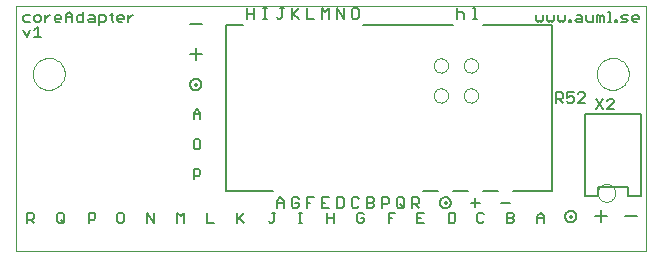
<source format=gto>
G75*
G70*
%OFA0B0*%
%FSLAX24Y24*%
%IPPOS*%
%LPD*%
%AMOC8*
5,1,8,0,0,1.08239X$1,22.5*
%
%ADD10C,0.0000*%
%ADD11C,0.0060*%
%ADD12C,0.0100*%
%ADD13C,0.0050*%
%ADD14C,0.0030*%
D10*
X000302Y002258D02*
X000302Y010408D01*
X021302Y010408D01*
X021302Y002258D01*
X000302Y002258D01*
X014236Y007438D02*
X014238Y007468D01*
X014244Y007498D01*
X014253Y007527D01*
X014266Y007554D01*
X014283Y007579D01*
X014302Y007602D01*
X014325Y007623D01*
X014350Y007640D01*
X014376Y007654D01*
X014405Y007664D01*
X014434Y007671D01*
X014464Y007674D01*
X014495Y007673D01*
X014525Y007668D01*
X014554Y007659D01*
X014581Y007647D01*
X014607Y007632D01*
X014631Y007613D01*
X014652Y007591D01*
X014670Y007567D01*
X014685Y007540D01*
X014696Y007512D01*
X014704Y007483D01*
X014708Y007453D01*
X014708Y007423D01*
X014704Y007393D01*
X014696Y007364D01*
X014685Y007336D01*
X014670Y007309D01*
X014652Y007285D01*
X014631Y007263D01*
X014607Y007244D01*
X014581Y007229D01*
X014554Y007217D01*
X014525Y007208D01*
X014495Y007203D01*
X014464Y007202D01*
X014434Y007205D01*
X014405Y007212D01*
X014376Y007222D01*
X014350Y007236D01*
X014325Y007253D01*
X014302Y007274D01*
X014283Y007297D01*
X014266Y007322D01*
X014253Y007349D01*
X014244Y007378D01*
X014238Y007408D01*
X014236Y007438D01*
X015236Y007438D02*
X015238Y007468D01*
X015244Y007498D01*
X015253Y007527D01*
X015266Y007554D01*
X015283Y007579D01*
X015302Y007602D01*
X015325Y007623D01*
X015350Y007640D01*
X015376Y007654D01*
X015405Y007664D01*
X015434Y007671D01*
X015464Y007674D01*
X015495Y007673D01*
X015525Y007668D01*
X015554Y007659D01*
X015581Y007647D01*
X015607Y007632D01*
X015631Y007613D01*
X015652Y007591D01*
X015670Y007567D01*
X015685Y007540D01*
X015696Y007512D01*
X015704Y007483D01*
X015708Y007453D01*
X015708Y007423D01*
X015704Y007393D01*
X015696Y007364D01*
X015685Y007336D01*
X015670Y007309D01*
X015652Y007285D01*
X015631Y007263D01*
X015607Y007244D01*
X015581Y007229D01*
X015554Y007217D01*
X015525Y007208D01*
X015495Y007203D01*
X015464Y007202D01*
X015434Y007205D01*
X015405Y007212D01*
X015376Y007222D01*
X015350Y007236D01*
X015325Y007253D01*
X015302Y007274D01*
X015283Y007297D01*
X015266Y007322D01*
X015253Y007349D01*
X015244Y007378D01*
X015238Y007408D01*
X015236Y007438D01*
X015236Y008438D02*
X015238Y008468D01*
X015244Y008498D01*
X015253Y008527D01*
X015266Y008554D01*
X015283Y008579D01*
X015302Y008602D01*
X015325Y008623D01*
X015350Y008640D01*
X015376Y008654D01*
X015405Y008664D01*
X015434Y008671D01*
X015464Y008674D01*
X015495Y008673D01*
X015525Y008668D01*
X015554Y008659D01*
X015581Y008647D01*
X015607Y008632D01*
X015631Y008613D01*
X015652Y008591D01*
X015670Y008567D01*
X015685Y008540D01*
X015696Y008512D01*
X015704Y008483D01*
X015708Y008453D01*
X015708Y008423D01*
X015704Y008393D01*
X015696Y008364D01*
X015685Y008336D01*
X015670Y008309D01*
X015652Y008285D01*
X015631Y008263D01*
X015607Y008244D01*
X015581Y008229D01*
X015554Y008217D01*
X015525Y008208D01*
X015495Y008203D01*
X015464Y008202D01*
X015434Y008205D01*
X015405Y008212D01*
X015376Y008222D01*
X015350Y008236D01*
X015325Y008253D01*
X015302Y008274D01*
X015283Y008297D01*
X015266Y008322D01*
X015253Y008349D01*
X015244Y008378D01*
X015238Y008408D01*
X015236Y008438D01*
X014236Y008438D02*
X014238Y008468D01*
X014244Y008498D01*
X014253Y008527D01*
X014266Y008554D01*
X014283Y008579D01*
X014302Y008602D01*
X014325Y008623D01*
X014350Y008640D01*
X014376Y008654D01*
X014405Y008664D01*
X014434Y008671D01*
X014464Y008674D01*
X014495Y008673D01*
X014525Y008668D01*
X014554Y008659D01*
X014581Y008647D01*
X014607Y008632D01*
X014631Y008613D01*
X014652Y008591D01*
X014670Y008567D01*
X014685Y008540D01*
X014696Y008512D01*
X014704Y008483D01*
X014708Y008453D01*
X014708Y008423D01*
X014704Y008393D01*
X014696Y008364D01*
X014685Y008336D01*
X014670Y008309D01*
X014652Y008285D01*
X014631Y008263D01*
X014607Y008244D01*
X014581Y008229D01*
X014554Y008217D01*
X014525Y008208D01*
X014495Y008203D01*
X014464Y008202D01*
X014434Y008205D01*
X014405Y008212D01*
X014376Y008222D01*
X014350Y008236D01*
X014325Y008253D01*
X014302Y008274D01*
X014283Y008297D01*
X014266Y008322D01*
X014253Y008349D01*
X014244Y008378D01*
X014238Y008408D01*
X014236Y008438D01*
X019671Y008158D02*
X019673Y008204D01*
X019679Y008249D01*
X019689Y008294D01*
X019702Y008337D01*
X019719Y008380D01*
X019740Y008420D01*
X019764Y008459D01*
X019792Y008495D01*
X019823Y008529D01*
X019856Y008561D01*
X019892Y008589D01*
X019930Y008614D01*
X019970Y008636D01*
X020012Y008654D01*
X020055Y008668D01*
X020100Y008679D01*
X020145Y008686D01*
X020191Y008689D01*
X020236Y008688D01*
X020282Y008683D01*
X020327Y008674D01*
X020370Y008662D01*
X020413Y008645D01*
X020454Y008625D01*
X020493Y008602D01*
X020531Y008575D01*
X020565Y008545D01*
X020597Y008513D01*
X020626Y008477D01*
X020652Y008440D01*
X020675Y008400D01*
X020694Y008359D01*
X020709Y008316D01*
X020721Y008271D01*
X020729Y008226D01*
X020733Y008181D01*
X020733Y008135D01*
X020729Y008090D01*
X020721Y008045D01*
X020709Y008000D01*
X020694Y007957D01*
X020675Y007916D01*
X020652Y007876D01*
X020626Y007839D01*
X020597Y007803D01*
X020565Y007771D01*
X020531Y007741D01*
X020493Y007714D01*
X020454Y007691D01*
X020413Y007671D01*
X020370Y007654D01*
X020327Y007642D01*
X020282Y007633D01*
X020236Y007628D01*
X020191Y007627D01*
X020145Y007630D01*
X020100Y007637D01*
X020055Y007648D01*
X020012Y007662D01*
X019970Y007680D01*
X019930Y007702D01*
X019892Y007727D01*
X019856Y007755D01*
X019823Y007787D01*
X019792Y007821D01*
X019764Y007857D01*
X019740Y007896D01*
X019719Y007936D01*
X019702Y007979D01*
X019689Y008022D01*
X019679Y008067D01*
X019673Y008112D01*
X019671Y008158D01*
X019696Y004188D02*
X019698Y004222D01*
X019704Y004256D01*
X019714Y004289D01*
X019727Y004320D01*
X019745Y004350D01*
X019765Y004378D01*
X019789Y004403D01*
X019815Y004425D01*
X019843Y004443D01*
X019874Y004459D01*
X019906Y004471D01*
X019940Y004479D01*
X019974Y004483D01*
X020008Y004483D01*
X020042Y004479D01*
X020076Y004471D01*
X020108Y004459D01*
X020138Y004443D01*
X020167Y004425D01*
X020193Y004403D01*
X020217Y004378D01*
X020237Y004350D01*
X020255Y004320D01*
X020268Y004289D01*
X020278Y004256D01*
X020284Y004222D01*
X020286Y004188D01*
X020284Y004154D01*
X020278Y004120D01*
X020268Y004087D01*
X020255Y004056D01*
X020237Y004026D01*
X020217Y003998D01*
X020193Y003973D01*
X020167Y003951D01*
X020139Y003933D01*
X020108Y003917D01*
X020076Y003905D01*
X020042Y003897D01*
X020008Y003893D01*
X019974Y003893D01*
X019940Y003897D01*
X019906Y003905D01*
X019874Y003917D01*
X019843Y003933D01*
X019815Y003951D01*
X019789Y003973D01*
X019765Y003998D01*
X019745Y004026D01*
X019727Y004056D01*
X019714Y004087D01*
X019704Y004120D01*
X019698Y004154D01*
X019696Y004188D01*
X000871Y008158D02*
X000873Y008204D01*
X000879Y008249D01*
X000889Y008294D01*
X000902Y008337D01*
X000919Y008380D01*
X000940Y008420D01*
X000964Y008459D01*
X000992Y008495D01*
X001023Y008529D01*
X001056Y008561D01*
X001092Y008589D01*
X001130Y008614D01*
X001170Y008636D01*
X001212Y008654D01*
X001255Y008668D01*
X001300Y008679D01*
X001345Y008686D01*
X001391Y008689D01*
X001436Y008688D01*
X001482Y008683D01*
X001527Y008674D01*
X001570Y008662D01*
X001613Y008645D01*
X001654Y008625D01*
X001693Y008602D01*
X001731Y008575D01*
X001765Y008545D01*
X001797Y008513D01*
X001826Y008477D01*
X001852Y008440D01*
X001875Y008400D01*
X001894Y008359D01*
X001909Y008316D01*
X001921Y008271D01*
X001929Y008226D01*
X001933Y008181D01*
X001933Y008135D01*
X001929Y008090D01*
X001921Y008045D01*
X001909Y008000D01*
X001894Y007957D01*
X001875Y007916D01*
X001852Y007876D01*
X001826Y007839D01*
X001797Y007803D01*
X001765Y007771D01*
X001731Y007741D01*
X001693Y007714D01*
X001654Y007691D01*
X001613Y007671D01*
X001570Y007654D01*
X001527Y007642D01*
X001482Y007633D01*
X001436Y007628D01*
X001391Y007627D01*
X001345Y007630D01*
X001300Y007637D01*
X001255Y007648D01*
X001212Y007662D01*
X001170Y007680D01*
X001130Y007702D01*
X001092Y007727D01*
X001056Y007755D01*
X001023Y007787D01*
X000992Y007821D01*
X000964Y007857D01*
X000940Y007896D01*
X000919Y007936D01*
X000902Y007979D01*
X000889Y008022D01*
X000879Y008067D01*
X000873Y008112D01*
X000871Y008158D01*
D11*
X000921Y009388D02*
X001148Y009388D01*
X001034Y009388D02*
X001034Y009728D01*
X000921Y009614D01*
X000779Y009614D02*
X000666Y009388D01*
X000552Y009614D01*
X000609Y009888D02*
X000552Y009944D01*
X000552Y010058D01*
X000609Y010114D01*
X000779Y010114D01*
X000921Y010058D02*
X000921Y009944D01*
X000977Y009888D01*
X001091Y009888D01*
X001148Y009944D01*
X001148Y010058D01*
X001091Y010114D01*
X000977Y010114D01*
X000921Y010058D01*
X000779Y009888D02*
X000609Y009888D01*
X001289Y009888D02*
X001289Y010114D01*
X001289Y010001D02*
X001402Y010114D01*
X001459Y010114D01*
X001596Y010058D02*
X001653Y010114D01*
X001766Y010114D01*
X001823Y010058D01*
X001823Y010001D01*
X001596Y010001D01*
X001596Y009944D02*
X001596Y010058D01*
X001596Y009944D02*
X001653Y009888D01*
X001766Y009888D01*
X001964Y009888D02*
X001964Y010114D01*
X002078Y010228D01*
X002191Y010114D01*
X002191Y009888D01*
X002332Y009944D02*
X002332Y010058D01*
X002389Y010114D01*
X002559Y010114D01*
X002559Y010228D02*
X002559Y009888D01*
X002389Y009888D01*
X002332Y009944D01*
X002191Y010058D02*
X001964Y010058D01*
X002701Y009944D02*
X002757Y010001D01*
X002928Y010001D01*
X002928Y010058D02*
X002928Y009888D01*
X002757Y009888D01*
X002701Y009944D01*
X002871Y010114D02*
X002928Y010058D01*
X002871Y010114D02*
X002757Y010114D01*
X003069Y010114D02*
X003239Y010114D01*
X003296Y010058D01*
X003296Y009944D01*
X003239Y009888D01*
X003069Y009888D01*
X003069Y009774D02*
X003069Y010114D01*
X003437Y010114D02*
X003551Y010114D01*
X003494Y010171D02*
X003494Y009944D01*
X003551Y009888D01*
X003683Y009944D02*
X003683Y010058D01*
X003740Y010114D01*
X003853Y010114D01*
X003910Y010058D01*
X003910Y010001D01*
X003683Y010001D01*
X003683Y009944D02*
X003740Y009888D01*
X003853Y009888D01*
X004051Y009888D02*
X004051Y010114D01*
X004051Y010001D02*
X004165Y010114D01*
X004221Y010114D01*
X006102Y009808D02*
X006502Y009808D01*
X006302Y009008D02*
X006302Y008608D01*
X006502Y008808D02*
X006102Y008808D01*
X006112Y007808D02*
X006114Y007835D01*
X006120Y007862D01*
X006129Y007887D01*
X006142Y007911D01*
X006158Y007932D01*
X006178Y007952D01*
X006199Y007968D01*
X006223Y007981D01*
X006248Y007990D01*
X006275Y007996D01*
X006302Y007998D01*
X006329Y007996D01*
X006356Y007990D01*
X006381Y007981D01*
X006405Y007968D01*
X006426Y007952D01*
X006446Y007932D01*
X006462Y007911D01*
X006475Y007887D01*
X006484Y007862D01*
X006490Y007835D01*
X006492Y007808D01*
X006490Y007781D01*
X006484Y007754D01*
X006475Y007729D01*
X006462Y007705D01*
X006446Y007684D01*
X006426Y007664D01*
X006405Y007648D01*
X006381Y007635D01*
X006356Y007626D01*
X006329Y007620D01*
X006302Y007618D01*
X006275Y007620D01*
X006248Y007626D01*
X006223Y007635D01*
X006199Y007648D01*
X006178Y007664D01*
X006158Y007684D01*
X006142Y007705D01*
X006129Y007729D01*
X006120Y007754D01*
X006114Y007781D01*
X006112Y007808D01*
X006346Y006978D02*
X006459Y006864D01*
X006459Y006638D01*
X006232Y006638D02*
X006232Y006864D01*
X006346Y006978D01*
X006232Y006808D02*
X006459Y006808D01*
X006402Y005978D02*
X006289Y005978D01*
X006232Y005921D01*
X006232Y005694D01*
X006289Y005638D01*
X006402Y005638D01*
X006459Y005694D01*
X006459Y005921D01*
X006402Y005978D01*
X006402Y004978D02*
X006232Y004978D01*
X006232Y004638D01*
X006232Y004751D02*
X006402Y004751D01*
X006459Y004808D01*
X006459Y004921D01*
X006402Y004978D01*
X006682Y003528D02*
X006682Y003188D01*
X006909Y003188D01*
X007682Y003188D02*
X007682Y003528D01*
X007682Y003301D02*
X007909Y003528D01*
X007739Y003358D02*
X007909Y003188D01*
X008732Y003244D02*
X008789Y003188D01*
X008846Y003188D01*
X008902Y003244D01*
X008902Y003528D01*
X008846Y003528D02*
X008959Y003528D01*
X009732Y003528D02*
X009846Y003528D01*
X009789Y003528D02*
X009789Y003188D01*
X009732Y003188D02*
X009846Y003188D01*
X010682Y003188D02*
X010682Y003528D01*
X010909Y003528D02*
X010909Y003188D01*
X010909Y003358D02*
X010682Y003358D01*
X011682Y003471D02*
X011682Y003244D01*
X011739Y003188D01*
X011852Y003188D01*
X011909Y003244D01*
X011909Y003358D01*
X011796Y003358D01*
X011909Y003471D02*
X011852Y003528D01*
X011739Y003528D01*
X011682Y003471D01*
X012732Y003528D02*
X012732Y003188D01*
X012732Y003358D02*
X012846Y003358D01*
X012732Y003528D02*
X012959Y003528D01*
X013682Y003528D02*
X013682Y003188D01*
X013909Y003188D01*
X013796Y003358D02*
X013682Y003358D01*
X013682Y003528D02*
X013909Y003528D01*
X014442Y003868D02*
X014444Y003894D01*
X014450Y003920D01*
X014459Y003944D01*
X014472Y003967D01*
X014488Y003988D01*
X014507Y004006D01*
X014528Y004022D01*
X014552Y004034D01*
X014576Y004042D01*
X014602Y004047D01*
X014629Y004048D01*
X014655Y004045D01*
X014680Y004038D01*
X014704Y004028D01*
X014727Y004014D01*
X014747Y003998D01*
X014764Y003978D01*
X014779Y003956D01*
X014790Y003932D01*
X014798Y003907D01*
X014802Y003881D01*
X014802Y003855D01*
X014798Y003829D01*
X014790Y003804D01*
X014779Y003780D01*
X014764Y003758D01*
X014747Y003738D01*
X014727Y003722D01*
X014704Y003708D01*
X014680Y003698D01*
X014655Y003691D01*
X014629Y003688D01*
X014602Y003689D01*
X014576Y003694D01*
X014552Y003702D01*
X014528Y003714D01*
X014507Y003730D01*
X014488Y003748D01*
X014472Y003769D01*
X014459Y003792D01*
X014450Y003816D01*
X014444Y003842D01*
X014442Y003868D01*
X014732Y003528D02*
X014902Y003528D01*
X014959Y003471D01*
X014959Y003244D01*
X014902Y003188D01*
X014732Y003188D01*
X014732Y003528D01*
X015472Y003868D02*
X015772Y003868D01*
X015622Y004018D02*
X015622Y003718D01*
X015739Y003528D02*
X015682Y003471D01*
X015682Y003244D01*
X015739Y003188D01*
X015852Y003188D01*
X015909Y003244D01*
X015909Y003471D02*
X015852Y003528D01*
X015739Y003528D01*
X016472Y003868D02*
X016772Y003868D01*
X016852Y003528D02*
X016682Y003528D01*
X016682Y003188D01*
X016852Y003188D01*
X016909Y003244D01*
X016909Y003301D01*
X016852Y003358D01*
X016682Y003358D01*
X016852Y003358D02*
X016909Y003414D01*
X016909Y003471D01*
X016852Y003528D01*
X017682Y003414D02*
X017682Y003188D01*
X017682Y003358D02*
X017909Y003358D01*
X017909Y003414D02*
X017909Y003188D01*
X017909Y003414D02*
X017796Y003528D01*
X017682Y003414D01*
X018612Y003408D02*
X018614Y003435D01*
X018620Y003462D01*
X018629Y003487D01*
X018642Y003511D01*
X018658Y003532D01*
X018678Y003552D01*
X018699Y003568D01*
X018723Y003581D01*
X018748Y003590D01*
X018775Y003596D01*
X018802Y003598D01*
X018829Y003596D01*
X018856Y003590D01*
X018881Y003581D01*
X018905Y003568D01*
X018926Y003552D01*
X018946Y003532D01*
X018962Y003511D01*
X018975Y003487D01*
X018984Y003462D01*
X018990Y003435D01*
X018992Y003408D01*
X018990Y003381D01*
X018984Y003354D01*
X018975Y003329D01*
X018962Y003305D01*
X018946Y003284D01*
X018926Y003264D01*
X018905Y003248D01*
X018881Y003235D01*
X018856Y003226D01*
X018829Y003220D01*
X018802Y003218D01*
X018775Y003220D01*
X018748Y003226D01*
X018723Y003235D01*
X018699Y003248D01*
X018678Y003264D01*
X018658Y003284D01*
X018642Y003305D01*
X018629Y003329D01*
X018620Y003354D01*
X018614Y003381D01*
X018612Y003408D01*
X019602Y003408D02*
X020002Y003408D01*
X019802Y003608D02*
X019802Y003208D01*
X020602Y003408D02*
X021002Y003408D01*
X005909Y003528D02*
X005909Y003188D01*
X005682Y003188D02*
X005682Y003528D01*
X005796Y003414D01*
X005909Y003528D01*
X004909Y003528D02*
X004909Y003188D01*
X004682Y003528D01*
X004682Y003188D01*
X003909Y003244D02*
X003909Y003471D01*
X003852Y003528D01*
X003739Y003528D01*
X003682Y003471D01*
X003682Y003244D01*
X003739Y003188D01*
X003852Y003188D01*
X003909Y003244D01*
X002959Y003358D02*
X002902Y003301D01*
X002732Y003301D01*
X002732Y003188D02*
X002732Y003528D01*
X002902Y003528D01*
X002959Y003471D01*
X002959Y003358D01*
X001909Y003471D02*
X001909Y003244D01*
X001852Y003188D01*
X001739Y003188D01*
X001682Y003244D01*
X001682Y003471D01*
X001739Y003528D01*
X001852Y003528D01*
X001909Y003471D01*
X001796Y003301D02*
X001909Y003188D01*
X000909Y003188D02*
X000796Y003301D01*
X000852Y003301D02*
X000682Y003301D01*
X000682Y003188D02*
X000682Y003528D01*
X000852Y003528D01*
X000909Y003471D01*
X000909Y003358D01*
X000852Y003301D01*
X017652Y009944D02*
X017709Y009888D01*
X017766Y009944D01*
X017822Y009888D01*
X017879Y009944D01*
X017879Y010114D01*
X018021Y010114D02*
X018021Y009944D01*
X018077Y009888D01*
X018134Y009944D01*
X018191Y009888D01*
X018248Y009944D01*
X018248Y010114D01*
X018389Y010114D02*
X018389Y009944D01*
X018446Y009888D01*
X018502Y009944D01*
X018559Y009888D01*
X018616Y009944D01*
X018616Y010114D01*
X018941Y009944D02*
X018998Y010001D01*
X019168Y010001D01*
X019168Y010058D02*
X019168Y009888D01*
X018998Y009888D01*
X018941Y009944D01*
X018814Y009944D02*
X018814Y009888D01*
X018757Y009888D01*
X018757Y009944D01*
X018814Y009944D01*
X018998Y010114D02*
X019112Y010114D01*
X019168Y010058D01*
X019310Y010114D02*
X019310Y009944D01*
X019366Y009888D01*
X019537Y009888D01*
X019537Y010114D01*
X019678Y010114D02*
X019735Y010114D01*
X019791Y010058D01*
X019848Y010114D01*
X019905Y010058D01*
X019905Y009888D01*
X019791Y009888D02*
X019791Y010058D01*
X019678Y010114D02*
X019678Y009888D01*
X020046Y009888D02*
X020160Y009888D01*
X020103Y009888D02*
X020103Y010228D01*
X020046Y010228D01*
X020476Y010058D02*
X020533Y010114D01*
X020703Y010114D01*
X020646Y010001D02*
X020533Y010001D01*
X020476Y010058D01*
X020476Y009888D02*
X020646Y009888D01*
X020703Y009944D01*
X020646Y010001D01*
X020844Y010001D02*
X021071Y010001D01*
X021071Y010058D01*
X021014Y010114D01*
X020901Y010114D01*
X020844Y010058D01*
X020844Y009944D01*
X020901Y009888D01*
X021014Y009888D01*
X020349Y009888D02*
X020292Y009888D01*
X020292Y009944D01*
X020349Y009944D01*
X020349Y009888D01*
X017652Y009944D02*
X017652Y010114D01*
D12*
X006282Y007808D02*
X006284Y007816D01*
X006289Y007823D01*
X006296Y007827D01*
X006304Y007828D01*
X006312Y007825D01*
X006318Y007820D01*
X006322Y007812D01*
X006322Y007804D01*
X006318Y007796D01*
X006312Y007791D01*
X006304Y007788D01*
X006296Y007789D01*
X006289Y007793D01*
X006284Y007800D01*
X006282Y007808D01*
X014602Y003868D02*
X014604Y003876D01*
X014609Y003883D01*
X014616Y003887D01*
X014624Y003888D01*
X014632Y003885D01*
X014638Y003880D01*
X014642Y003872D01*
X014642Y003864D01*
X014638Y003856D01*
X014632Y003851D01*
X014624Y003848D01*
X014616Y003849D01*
X014609Y003853D01*
X014604Y003860D01*
X014602Y003868D01*
X018782Y003408D02*
X018784Y003416D01*
X018789Y003423D01*
X018796Y003427D01*
X018804Y003428D01*
X018812Y003425D01*
X018818Y003420D01*
X018822Y003412D01*
X018822Y003404D01*
X018818Y003396D01*
X018812Y003391D01*
X018804Y003388D01*
X018796Y003389D01*
X018789Y003393D01*
X018784Y003400D01*
X018782Y003408D01*
D13*
X019267Y004085D02*
X019267Y006810D01*
X021157Y006810D01*
X021157Y004085D01*
X020712Y004085D01*
X020712Y004398D01*
X020705Y004398D02*
X019712Y004398D01*
X019712Y004085D01*
X019267Y004085D01*
X018172Y004238D02*
X018172Y009788D01*
X015872Y009788D01*
X015664Y009993D02*
X015547Y009993D01*
X015606Y009993D02*
X015606Y010343D01*
X015547Y010343D01*
X015231Y010168D02*
X015231Y009993D01*
X015231Y010168D02*
X015172Y010226D01*
X015056Y010226D01*
X014997Y010168D01*
X014997Y010343D02*
X014997Y009993D01*
X014872Y009788D02*
X011872Y009788D01*
X011672Y009993D02*
X011556Y009993D01*
X011497Y010051D01*
X011497Y010285D01*
X011556Y010343D01*
X011672Y010343D01*
X011731Y010285D01*
X011731Y010051D01*
X011672Y009993D01*
X011231Y009993D02*
X011231Y010343D01*
X010997Y010343D02*
X011231Y009993D01*
X010997Y009993D02*
X010997Y010343D01*
X010731Y010343D02*
X010731Y009993D01*
X010497Y009993D02*
X010497Y010343D01*
X010614Y010226D01*
X010731Y010343D01*
X010231Y009993D02*
X009997Y009993D01*
X009997Y010343D01*
X009731Y010343D02*
X009497Y010109D01*
X009556Y010168D02*
X009731Y009993D01*
X009497Y009993D02*
X009497Y010343D01*
X009231Y010343D02*
X009114Y010343D01*
X009172Y010343D02*
X009172Y010051D01*
X009114Y009993D01*
X009056Y009993D01*
X008997Y010051D01*
X008664Y009993D02*
X008547Y009993D01*
X008606Y009993D02*
X008606Y010343D01*
X008664Y010343D02*
X008547Y010343D01*
X008231Y010343D02*
X008231Y009993D01*
X008231Y010168D02*
X007997Y010168D01*
X007997Y009993D02*
X007997Y010343D01*
X007872Y009788D02*
X007322Y009788D01*
X007322Y004238D01*
X008872Y004238D01*
X009114Y004043D02*
X009231Y003926D01*
X009231Y003693D01*
X008997Y003693D02*
X008997Y003926D01*
X009114Y004043D01*
X008997Y003868D02*
X009231Y003868D01*
X009497Y003985D02*
X009497Y003751D01*
X009556Y003693D01*
X009672Y003693D01*
X009731Y003751D01*
X009731Y003868D01*
X009614Y003868D01*
X009497Y003985D02*
X009556Y004043D01*
X009672Y004043D01*
X009731Y003985D01*
X009997Y004043D02*
X010231Y004043D01*
X009997Y004043D02*
X009997Y003693D01*
X009997Y003868D02*
X010114Y003868D01*
X010497Y003868D02*
X010614Y003868D01*
X010497Y004043D02*
X010497Y003693D01*
X010731Y003693D01*
X010997Y003693D02*
X011172Y003693D01*
X011231Y003751D01*
X011231Y003985D01*
X011172Y004043D01*
X010997Y004043D01*
X010997Y003693D01*
X011497Y003751D02*
X011556Y003693D01*
X011672Y003693D01*
X011731Y003751D01*
X011497Y003751D02*
X011497Y003985D01*
X011556Y004043D01*
X011672Y004043D01*
X011731Y003985D01*
X011997Y004043D02*
X012172Y004043D01*
X012231Y003985D01*
X012231Y003926D01*
X012172Y003868D01*
X011997Y003868D01*
X012172Y003868D02*
X012231Y003809D01*
X012231Y003751D01*
X012172Y003693D01*
X011997Y003693D01*
X011997Y004043D01*
X012497Y004043D02*
X012672Y004043D01*
X012731Y003985D01*
X012731Y003868D01*
X012672Y003809D01*
X012497Y003809D01*
X012497Y003693D02*
X012497Y004043D01*
X012997Y003985D02*
X013056Y004043D01*
X013172Y004043D01*
X013231Y003985D01*
X013231Y003751D01*
X013172Y003693D01*
X013056Y003693D01*
X012997Y003751D01*
X012997Y003985D01*
X013114Y003809D02*
X013231Y003693D01*
X013497Y003693D02*
X013497Y004043D01*
X013672Y004043D01*
X013731Y003985D01*
X013731Y003868D01*
X013672Y003809D01*
X013497Y003809D01*
X013614Y003809D02*
X013731Y003693D01*
X013872Y004238D02*
X014372Y004238D01*
X014872Y004238D02*
X015372Y004238D01*
X015872Y004238D02*
X016372Y004238D01*
X016872Y004238D02*
X018172Y004238D01*
X010731Y004043D02*
X010497Y004043D01*
X018297Y007193D02*
X018297Y007543D01*
X018472Y007543D01*
X018531Y007485D01*
X018531Y007368D01*
X018472Y007309D01*
X018297Y007309D01*
X018414Y007309D02*
X018531Y007193D01*
X018666Y007251D02*
X018724Y007193D01*
X018841Y007193D01*
X018899Y007251D01*
X018899Y007368D01*
X018841Y007426D01*
X018782Y007426D01*
X018666Y007368D01*
X018666Y007543D01*
X018899Y007543D01*
X019034Y007485D02*
X019092Y007543D01*
X019209Y007543D01*
X019267Y007485D01*
X019267Y007426D01*
X019034Y007193D01*
X019267Y007193D01*
X019657Y007323D02*
X019891Y006973D01*
X020026Y006973D02*
X020259Y007206D01*
X020259Y007265D01*
X020201Y007323D01*
X020084Y007323D01*
X020026Y007265D01*
X019891Y007323D02*
X019657Y006973D01*
X020026Y006973D02*
X020259Y006973D01*
D14*
X009734Y003991D02*
X009673Y004053D01*
X009549Y004053D01*
X009487Y003991D01*
X009487Y003744D01*
X009549Y003683D01*
X009673Y003683D01*
X009734Y003744D01*
X009734Y003868D01*
X009611Y003868D01*
X009734Y003868D01*
X009734Y003744D01*
X009673Y003683D01*
X009549Y003683D01*
X009487Y003744D01*
X009487Y003991D01*
X009549Y004053D01*
X009673Y004053D01*
X009734Y003991D01*
X009673Y004053D01*
X009549Y004053D01*
X009487Y003991D01*
X009487Y003744D01*
X009549Y003683D01*
X009673Y003683D01*
X009734Y003744D01*
X009734Y003868D01*
X009611Y003868D01*
X009734Y003868D01*
X009734Y003744D01*
X009673Y003683D01*
X009549Y003683D01*
X009487Y003744D01*
X009487Y003991D01*
X009549Y004053D01*
X009673Y004053D01*
X009734Y003991D01*
X009673Y004053D01*
X009549Y004053D01*
X009487Y003991D01*
X009487Y003744D01*
X009549Y003683D01*
X009673Y003683D01*
X009734Y003744D01*
X009734Y003868D01*
X009611Y003868D01*
M02*

</source>
